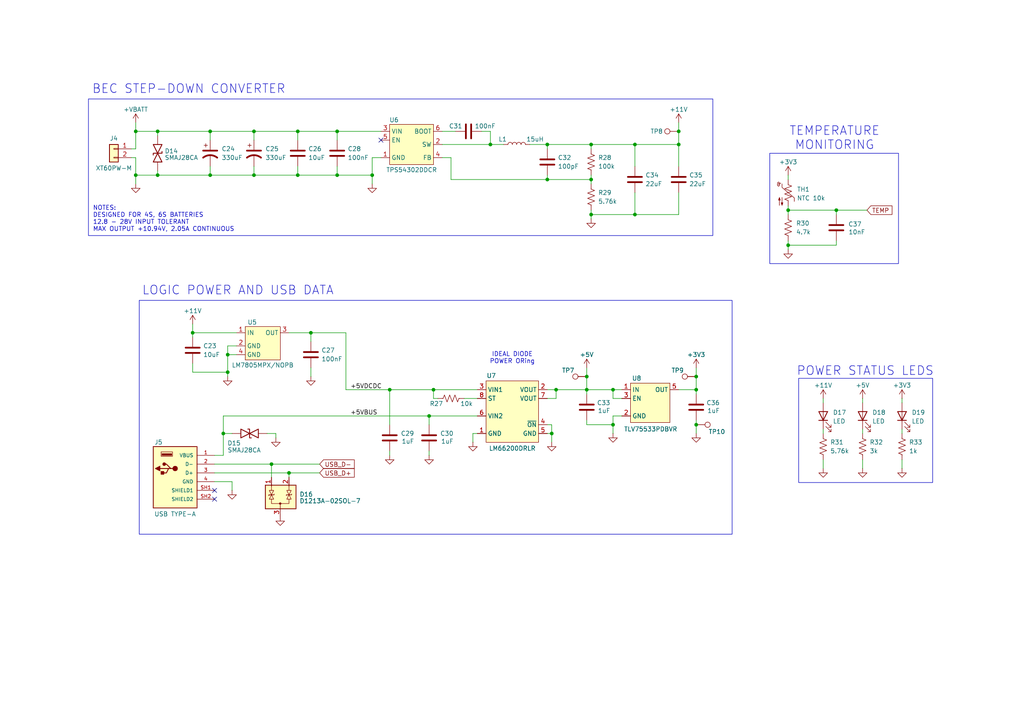
<source format=kicad_sch>
(kicad_sch (version 20231120) (generator "eeschema") (generator_version "8.0")
  (paper "A4")
  (title_block (title "POWER AND USB DATA") (date "2025-12-20") (rev "A") (comment 1 "REVIEWED BY:") (comment 3 "GITHUB: /nikphillydev") (comment 4 "DRAWN BY: N.PHILIPENKO") (comment 5 "SIGNED:"))
  (lib_symbols
    (symbol "Connector:TestPoint" (pin_numbers hide) (pin_names (offset 0.762) hide)
      (property "Reference" "TP" (at 0 6.858 0))
      (property "Value" "TestPoint" (at 0 5.08 0))
      (symbol "TestPoint_0_1"
        (circle (center 0 3.302) (radius 0.762))
      )
      (symbol "TestPoint_1_1"
        (pin passive line (at 0 0 90) (length 2.54) (name "1") (number "1"))
      )
    )
    (symbol "Connector_Generic:Conn_01x02" (pin_names (offset 1.016) hide)
      (property "Reference" "J" (at 0 2.54 0))
      (property "Value" "Conn_01x02" (at 0 -5.08 0))
      (symbol "Conn_01x02_1_1"
        (rectangle (start -1.27 -2.413) (end 0 -2.667) (stroke (width 0.1524)))
        (rectangle (start -1.27 0.127) (end 0 -0.127) (stroke (width 0.1524)))
        (rectangle (start -1.27 1.27) (end 1.27 -3.81) (stroke (width 0.254)) (fill (type background)))
        (pin passive line (at -5.08 0 0) (length 3.81) (name "Pin_1") (number "1"))
        (pin passive line (at -5.08 -2.54 0) (length 3.81) (name "Pin_2") (number "2"))
      )
    )
    (symbol "Connectors:USB2.0-4P-2SH" (pin_names (offset 1.016))
      (property "Reference" "J" (at -6.35 9.652 0))
      (property "Value" "USB TYPE-A" (at -5.842 -11.176 0))
      (symbol "USB2.0-4P-2SH_0_0"
        (pin bidirectional line (at -11.43 3.81 0) (length 5.08) (name "D-") (number "2"))
        (pin bidirectional line (at -11.43 1.27 0) (length 5.08) (name "D+") (number "3"))
      )
      (symbol "USB2.0-4P-2SH_0_1"
        (polyline (pts (xy 0.635 2.54) (xy 1.27 2.54) (xy 2.54 3.81) (xy 3.175 3.81)) (stroke (width 0.254)))
        (polyline (pts (xy 1.27 2.54) (xy 1.905 2.54) (xy 2.54 1.27) (xy 3.81 1.27)) (stroke (width 0.254)))
        (polyline (pts (xy 4.445 3.175) (xy 4.445 1.905) (xy 5.715 2.54) (xy 4.445 3.175)) (stroke (width 0.254)) (fill (type outline)))
        (circle (center 0 2.54) (radius 0.635) (stroke (width 0.254)) (fill (type outline)))
        (circle (center 3.175 3.81) (radius 0.381) (stroke (width 0.254)) (fill (type outline)))
        (rectangle (start 3.81 6.35) (end 1.016 6.858) (fill (type outline)))
        (rectangle (start 4.064 1.651) (end 3.302 0.889) (stroke (width 0.254)) (fill (type outline)))
        (rectangle (start 4.064 6.096) (end 0.762 7.366))
      )
      (symbol "USB2.0-4P-2SH_1_0"
        (rectangle (start -6.35 8.89) (end 6.35 -8.89) (stroke (width 0.254)) (fill (type background)))
        (pin power_out line (at -11.43 6.35 0) (length 5.08) (name "VBUS") (number "1"))
        (pin passive line (at -11.43 -1.27 0) (length 5.08) (name "GND") (number "4"))
        (pin passive line (at -11.43 -3.81 0) (length 5.08) (name "SHIELD1") (number "SH1"))
        (pin passive line (at -11.43 -6.35 0) (length 5.08) (name "SHIELD2") (number "SH2"))
      )
      (symbol "USB2.0-4P-2SH_1_1"
        (polyline (pts (xy 1.905 2.54) (xy 4.445 2.54)) (stroke (width 0.254)))
      )
    )
    (symbol "Device:C" (pin_numbers hide) (pin_names (offset 0.254))
      (property "Reference" "C" (at 0.635 2.54 0))
      (property "Value" "C" (at 0.635 -2.54 0))
      (symbol "C_0_1"
        (polyline (pts (xy -2.032 -0.762) (xy 2.032 -0.762)) (stroke (width 0.508)))
        (polyline (pts (xy -2.032 0.762) (xy 2.032 0.762)) (stroke (width 0.508)))
      )
      (symbol "C_1_1"
        (pin passive line (at 0 3.81 270) (length 2.794) (name "~") (number "1"))
        (pin passive line (at 0 -3.81 90) (length 2.794) (name "~") (number "2"))
      )
    )
    (symbol "Device:C_Polarized_US" (pin_numbers hide) (pin_names (offset 0.254) hide)
      (property "Reference" "C" (at 0.635 2.54 0))
      (property "Value" "C_Polarized_US" (at 0.635 -2.54 0))
      (symbol "C_Polarized_US_0_1"
        (polyline (pts (xy -2.032 0.762) (xy 2.032 0.762)) (stroke (width 0.508)))
        (polyline (pts (xy -1.778 2.286) (xy -0.762 2.286)))
        (polyline (pts (xy -1.27 1.778) (xy -1.27 2.794)))
        (arc (start 2.032 -1.27) (mid 0 -0.5572) (end -2.032 -1.27) (stroke (width 0.508)))
      )
      (symbol "C_Polarized_US_1_1"
        (pin passive line (at 0 3.81 270) (length 2.794) (name "~") (number "1"))
        (pin passive line (at 0 -3.81 90) (length 3.302) (name "~") (number "2"))
      )
    )
    (symbol "Device:L" (pin_numbers hide) (pin_names (offset 1.016) hide)
      (property "Reference" "L" (at -1.27 0 90))
      (property "Value" "L" (at 1.905 0 90))
      (symbol "L_0_1"
        (arc (start 0 -2.54) (mid 0.6323 -1.905) (end 0 -1.27))
        (arc (start 0 -1.27) (mid 0.6323 -0.635) (end 0 0))
        (arc (start 0 0) (mid 0.6323 0.635) (end 0 1.27))
        (arc (start 0 1.27) (mid 0.6323 1.905) (end 0 2.54))
      )
      (symbol "L_1_1"
        (pin passive line (at 0 3.81 270) (length 1.27) (name "1") (number "1"))
        (pin passive line (at 0 -3.81 90) (length 1.27) (name "2") (number "2"))
      )
    )
    (symbol "Device:LED" (pin_numbers hide) (pin_names (offset 1.016) hide)
      (property "Reference" "D" (at 0 2.54 0))
      (property "Value" "LED" (at 0 -2.54 0))
      (symbol "LED_0_1"
        (polyline (pts (xy -1.27 -1.27) (xy -1.27 1.27)) (stroke (width 0.254)))
        (polyline (pts (xy -1.27 0) (xy 1.27 0)))
        (polyline (pts (xy 1.27 -1.27) (xy 1.27 1.27) (xy -1.27 0) (xy 1.27 -1.27)) (stroke (width 0.254)))
        (polyline (pts (xy -3.048 -0.762) (xy -4.572 -2.286) (xy -3.81 -2.286) (xy -4.572 -2.286) (xy -4.572 -1.524)))
        (polyline (pts (xy -1.778 -0.762) (xy -3.302 -2.286) (xy -2.54 -2.286) (xy -3.302 -2.286) (xy -3.302 -1.524)))
      )
      (symbol "LED_1_1"
        (pin passive line (at -3.81 0 0) (length 2.54) (name "K") (number "1"))
        (pin passive line (at 3.81 0 180) (length 2.54) (name "A") (number "2"))
      )
    )
    (symbol "Device:R_US" (pin_numbers hide) (pin_names (offset 0))
      (property "Reference" "R" (at 2.54 0 90))
      (property "Value" "R_US" (at -2.54 0 90))
      (symbol "R_US_0_1"
        (polyline (pts (xy 0 -2.286) (xy 0 -2.54)))
        (polyline (pts (xy 0 2.286) (xy 0 2.54)))
        (polyline (pts (xy 0 -0.762) (xy 1.016 -1.143) (xy 0 -1.524) (xy -1.016 -1.905) (xy 0 -2.286)))
        (polyline (pts (xy 0 0.762) (xy 1.016 0.381) (xy 0 0) (xy -1.016 -0.381) (xy 0 -0.762)))
        (polyline (pts (xy 0 2.286) (xy 1.016 1.905) (xy 0 1.524) (xy -1.016 1.143) (xy 0 0.762)))
      )
      (symbol "R_US_1_1"
        (pin passive line (at 0 3.81 270) (length 1.27) (name "~") (number "1"))
        (pin passive line (at 0 -3.81 90) (length 1.27) (name "~") (number "2"))
      )
    )
    (symbol "Device:Thermistor_NTC_US" (pin_numbers hide) (pin_names (offset 0))
      (property "Reference" "TH" (at -4.445 0 90))
      (property "Value" "Thermistor_NTC_US" (at 3.175 0 90))
      (symbol "Thermistor_NTC_US_0_1"
        (arc (start -3.048 2.159) (mid -3.0495 2.3143) (end -3.175 2.413))
        (arc (start -3.048 2.159) (mid -2.9736 1.9794) (end -2.794 1.905))
        (arc (start -3.048 2.794) (mid -2.9736 2.6144) (end -2.794 2.54))
        (arc (start -2.794 1.905) (mid -2.6144 1.9794) (end -2.54 2.159))
        (arc (start -2.794 2.54) (mid -2.4393 2.5587) (end -2.159 2.794))
        (arc (start -2.794 3.048) (mid -2.9736 2.9736) (end -3.048 2.794))
        (arc (start -2.54 2.794) (mid -2.6144 2.9736) (end -2.794 3.048))
        (polyline (pts (xy -2.54 2.159) (xy -2.54 2.794)))
        (polyline (pts (xy 0 -2.286) (xy 0 -2.54)))
        (polyline (pts (xy 0 2.286) (xy 0 2.54)))
        (polyline (pts (xy -1.778 2.54) (xy -1.778 1.524) (xy 1.778 -1.524) (xy 1.778 -2.54)))
        (polyline (pts (xy 0 -0.762) (xy 1.016 -1.143) (xy 0 -1.524) (xy -1.016 -1.905) (xy 0 -2.286)))
        (polyline (pts (xy 0 0.762) (xy 1.016 0.381) (xy 0 0) (xy -1.016 -0.381) (xy 0 -0.762)))
        (polyline (pts (xy 0 2.286) (xy 1.016 1.905) (xy 0 1.524) (xy -1.016 1.143) (xy 0 0.762)))
        (polyline (pts (xy -2.54 -3.683) (xy -2.54 -1.397) (xy -2.794 -2.159) (xy -2.286 -2.159) (xy -2.54 -1.397) (xy -2.54 -1.651)) (fill (type outline)))
        (polyline (pts (xy -1.778 -1.397) (xy -1.778 -3.683) (xy -2.032 -2.921) (xy -1.524 -2.921) (xy -1.778 -3.683) (xy -1.778 -3.429)) (fill (type outline)))
      )
      (symbol "Thermistor_NTC_US_1_1"
        (pin passive line (at 0 3.81 270) (length 1.27) (name "~") (number "1"))
        (pin passive line (at 0 -3.81 90) (length 1.27) (name "~") (number "2"))
      )
    )
    (symbol "Diodes:TVS_BIDIRECTIONAL" (pin_numbers hide) (pin_names hide)
      (property "Reference" "D" (at 2.794 0.254 0))
      (symbol "TVS_BIDIRECTIONAL_0_1"
        (polyline (pts (xy 1.27 0.508) (xy 1.27 0) (xy -1.27 0) (xy -1.27 -0.508)) (stroke (width 0.254)))
        (polyline (pts (xy 0 0) (xy 0 0) (xy -1.27 2.54) (xy 1.27 2.54) (xy 0 0)) (stroke (width 0.254)))
        (polyline (pts (xy 0 0) (xy 0 0) (xy 1.27 -2.54) (xy -1.27 -2.54) (xy 0 0)) (stroke (width 0.254)))
      )
      (symbol "TVS_BIDIRECTIONAL_1_1"
        (pin passive line (at 0 5.08 270) (length 2.54) (name "K") (number "1"))
        (pin passive line (at 0 -5.08 90) (length 2.54) (name "A") (number "2"))
      )
    )
    (symbol "Diodes:TVS_BIDIRECTIONAL_2CH" (pin_names hide)
      (property "Reference" "D" (at 2.54 -5.842 0))
      (symbol "TVS_BIDIRECTIONAL_2CH_0_0"
        (pin passive line (at 0 -6.35 90) (length 2.54) (name "A") (number "3"))
      )
      (symbol "TVS_BIDIRECTIONAL_2CH_0_1"
        (circle (center 0 -2.54) (radius 0.254) (fill (type outline)))
        (polyline (pts (xy -2.54 2.54) (xy -2.54 1.27)))
        (polyline (pts (xy 0 -2.54) (xy 0 -3.81)))
        (polyline (pts (xy 2.54 2.54) (xy 2.54 1.27)))
        (polyline (pts (xy -3.302 -0.254) (xy -3.302 0) (xy -1.905 0) (xy -1.778 0)))
        (polyline (pts (xy -3.302 -0.254) (xy -3.302 0) (xy -1.905 0) (xy -1.778 0)))
        (polyline (pts (xy -2.54 -1.27) (xy -2.54 -2.54) (xy 2.54 -2.54) (xy 2.54 -1.27)))
        (polyline (pts (xy -2.54 0) (xy -1.905 -1.27) (xy -3.175 -1.27) (xy -2.54 0)))
        (polyline (pts (xy -2.54 0) (xy -1.905 1.27) (xy -3.175 1.27) (xy -2.54 0)))
        (polyline (pts (xy -1.778 0.254) (xy -1.778 0) (xy -3.175 0) (xy -3.302 0)))
        (polyline (pts (xy 1.778 -0.254) (xy 1.778 0) (xy 3.175 0) (xy 3.302 0)))
        (polyline (pts (xy 2.54 0) (xy 1.905 -1.27) (xy 3.175 -1.27) (xy 2.54 0)))
        (polyline (pts (xy 2.54 0) (xy 1.905 1.27) (xy 3.175 1.27) (xy 2.54 0)))
        (polyline (pts (xy 3.302 0.254) (xy 3.302 0) (xy 1.905 0) (xy 1.778 0)))
      )
      (symbol "TVS_BIDIRECTIONAL_2CH_1_1"
        (rectangle (start -4.318 2.794) (end 4.572 -4.064) (stroke (width 0.254)) (fill (type background)))
        (pin passive line (at -2.54 5.08 270) (length 2.54) (name "K") (number "1"))
        (pin passive line (at 2.54 5.08 270) (length 2.54) (name "K") (number "2"))
      )
    )
    (symbol "ICs:LM66200"
      (property "Reference" "U" (at -6.35 10.16 0))
      (property "Value" "LM66200" (at 0 -10.414 0))
      (symbol "LM66200_0_0"
        (pin power_out line (at 10.16 6.35 180) (length 2.54) (name "VOUT") (number "2"))
        (pin power_in line (at -10.16 6.35 0) (length 2.54) (name "VIN1") (number "3"))
        (pin passive line (at 10.16 -3.81 180) (length 2.54) (name "~{ON}") (number "4"))
        (pin power_in line (at -10.16 -1.27 0) (length 2.54) (name "VIN2") (number "6"))
        (pin passive line (at -10.16 3.81 0) (length 2.54) (name "ST") (number "8"))
      )
      (symbol "LM66200_1_0"
        (pin passive line (at -10.16 -6.35 0) (length 2.54) (name "GND") (number "1"))
        (pin passive line (at 10.16 -6.35 180) (length 2.54) (name "GND") (number "5"))
        (pin passive line (at 10.16 3.81 180) (length 2.54) (name "VOUT") (number "7"))
      )
      (symbol "LM66200_1_1"
        (rectangle (start -7.62 8.89) (end 7.62 -8.89) (fill (type background)))
      )
    )
    (symbol "ICs:LM7805-DCY"
      (property "Reference" "U" (at -1.778 5.334 0))
      (property "Value" "LM7805-DCY" (at 2.54 -6.858 0))
      (symbol "LM7805-DCY_0_0"
        (pin power_in line (at -5.08 2.54 0) (length 2.54) (name "IN") (number "1"))
        (pin passive line (at -5.08 -1.27 0) (length 2.54) (name "GND") (number "2"))
        (pin passive line (at 10.16 2.54 180) (length 2.54) (name "OUT") (number "3"))
        (pin passive line (at -5.08 -3.81 0) (length 2.54) (name "GND") (number "4"))
      )
      (symbol "LM7805-DCY_1_1"
        (rectangle (start -2.54 4.318) (end 7.62 -5.334) (fill (type background)))
      )
    )
    (symbol "ICs:TLV755P-DBV"
      (property "Reference" "U" (at -4.572 5.588 0))
      (property "Value" "TLV755P-DBV" (at 0.508 -8.382 0))
      (symbol "TLV755P-DBV_0_0"
        (pin power_in line (at -7.62 2.54 0) (length 2.54) (name "IN") (number "1"))
        (pin passive line (at -7.62 -5.08 0) (length 2.54) (name "GND") (number "2"))
        (pin passive line (at -7.62 0 0) (length 2.54) (name "EN") (number "3"))
        (pin power_out line (at 8.89 2.54 180) (length 2.54) (name "OUT") (number "5"))
      )
      (symbol "TLV755P-DBV_1_0"
        (pin no_connect line (at 8.89 -5.08 180) (length 2.54) hide (name "NC") (number "4"))
      )
      (symbol "TLV755P-DBV_1_1"
        (rectangle (start -5.08 4.445) (end 6.35 -6.985) (fill (type background)))
      )
    )
    (symbol "ICs:TPS54302"
      (property "Reference" "U" (at -5.588 9.652 0))
      (property "Value" "TPS54302" (at 0 -4.826 0))
      (symbol "TPS54302_0_0"
        (pin passive line (at -8.89 -1.27 0) (length 2.54) (name "GND") (number "1"))
        (pin passive line (at 8.89 2.54 180) (length 2.54) (name "SW") (number "2"))
        (pin power_in line (at -8.89 6.35 0) (length 2.54) (name "VIN") (number "3"))
        (pin passive line (at 8.89 -1.27 180) (length 2.54) (name "FB") (number "4"))
        (pin passive line (at -8.89 3.81 0) (length 2.54) (name "EN") (number "5"))
        (pin passive line (at 8.89 6.35 180) (length 2.54) (name "BOOT") (number "6"))
      )
      (symbol "TPS54302_1_1"
        (rectangle (start -6.35 8.382) (end 6.35 -3.302) (fill (type background)))
      )
    )
    (symbol "power:+3.3V" (power) (pin_numbers hide) (pin_names (offset 0) hide)
      (property "Value" "+3.3V" (at 0 3.556 0))
      (symbol "+3.3V_0_1"
        (polyline (pts (xy -0.762 1.27) (xy 0 2.54)))
        (polyline (pts (xy 0 0) (xy 0 2.54)))
        (polyline (pts (xy 0 2.54) (xy 0.762 1.27)))
      )
      (symbol "+3.3V_1_1"
        (pin power_in line (at 0 0 90) (length 0) (name "~") (number "1"))
      )
    )
    (symbol "power:GND" (power) (pin_numbers hide) (pin_names (offset 0) hide)
      (property "Value" "GND" (at 0 -3.81 0))
      (symbol "GND_0_1"
        (polyline (pts (xy 0 0) (xy 0 -1.27) (xy 1.27 -1.27) (xy 0 -2.54) (xy -1.27 -1.27) (xy 0 -1.27)))
      )
      (symbol "GND_1_1"
        (pin power_in line (at 0 0 270) (length 0) (name "~") (number "1"))
      )
    )
  )
  (junction (at 113.03 113.03))
  (junction (at 201.93 109.22))
  (junction (at 86.36 50.8))
  (junction (at 170.18 113.03))
  (junction (at 170.18 109.22))
  (junction (at 171.45 62.23))
  (junction (at 184.15 41.91))
  (junction (at 196.85 38.1))
  (junction (at 90.17 96.52))
  (junction (at 60.96 38.1))
  (junction (at 55.88 96.52))
  (junction (at 160.02 125.73))
  (junction (at 228.6 60.96))
  (junction (at 142.24 41.91))
  (junction (at 124.46 120.65))
  (junction (at 66.04 102.87))
  (junction (at 171.45 41.91))
  (junction (at 184.15 62.23))
  (junction (at 125.73 113.03))
  (junction (at 78.74 134.62))
  (junction (at 97.79 38.1))
  (junction (at 73.66 50.8))
  (junction (at 158.75 52.07))
  (junction (at 158.75 41.91))
  (junction (at 83.82 137.16))
  (junction (at 39.37 38.1))
  (junction (at 196.85 41.91))
  (junction (at 201.93 113.03))
  (junction (at 45.72 50.8))
  (junction (at 60.96 50.8))
  (junction (at 177.8 113.03))
  (junction (at 242.57 60.96))
  (junction (at 228.6 71.12))
  (junction (at 97.79 50.8))
  (junction (at 161.29 113.03))
  (junction (at 66.04 107.95))
  (junction (at 73.66 38.1))
  (junction (at 201.93 123.19))
  (junction (at 86.36 38.1))
  (junction (at 45.72 38.1))
  (junction (at 107.95 50.8))
  (junction (at 39.37 50.8))
  (junction (at 64.77 125.73))
  (junction (at 177.8 123.19))
  (junction (at 171.45 52.07))
  (no_connect (at 62.23 142.24))
  (no_connect (at 110.49 40.64))
  (no_connect (at 62.23 144.78))
  (wire (pts (xy 184.15 48.26) (xy 184.15 41.91)))
  (wire (pts (xy 201.93 113.03) (xy 201.93 114.3)))
  (wire (pts (xy 90.17 96.52) (xy 90.17 99.06)))
  (wire (pts (xy 177.8 123.19) (xy 177.8 125.73)))
  (wire (pts (xy 161.29 115.57) (xy 161.29 113.03)))
  (wire (pts (xy 142.24 41.91) (xy 146.05 41.91)))
  (wire (pts (xy 171.45 43.18) (xy 171.45 41.91)))
  (wire (pts (xy 158.75 123.19) (xy 160.02 123.19)))
  (wire (pts (xy 45.72 50.8) (xy 60.96 50.8)))
  (wire (pts (xy 171.45 60.96) (xy 171.45 62.23)))
  (wire (pts (xy 127 115.57) (xy 125.73 115.57)))
  (wire (pts (xy 261.62 124.46) (xy 261.62 125.73)))
  (wire (pts (xy 170.18 109.22) (xy 170.18 113.03)))
  (wire (pts (xy 97.79 38.1) (xy 97.79 40.64)))
  (wire (pts (xy 196.85 113.03) (xy 201.93 113.03)))
  (wire (pts (xy 170.18 106.68) (xy 170.18 109.22)))
  (wire (pts (xy 138.43 125.73) (xy 137.16 125.73)))
  (wire (pts (xy 177.8 120.65) (xy 180.34 120.65)))
  (wire (pts (xy 83.82 137.16) (xy 83.82 138.43)))
  (wire (pts (xy 77.47 125.73) (xy 80.01 125.73)))
  (wire (pts (xy 142.24 38.1) (xy 142.24 41.91)))
  (wire (pts (xy 228.6 59.69) (xy 228.6 60.96)))
  (wire (pts (xy 134.62 115.57) (xy 138.43 115.57)))
  (wire (pts (xy 78.74 134.62) (xy 92.71 134.62)))
  (wire (pts (xy 113.03 113.03) (xy 113.03 123.19)))
  (wire (pts (xy 62.23 137.16) (xy 83.82 137.16)))
  (wire (pts (xy 160.02 123.19) (xy 160.02 125.73)))
  (wire (pts (xy 158.75 50.8) (xy 158.75 52.07)))
  (wire (pts (xy 113.03 130.81) (xy 113.03 132.08)))
  (wire (pts (xy 228.6 60.96) (xy 228.6 62.23)))
  (wire (pts (xy 250.19 116.84) (xy 250.19 115.57)))
  (wire (pts (xy 39.37 38.1) (xy 45.72 38.1)))
  (wire (pts (xy 177.8 120.65) (xy 177.8 123.19)))
  (wire (pts (xy 153.67 41.91) (xy 158.75 41.91)))
  (wire (pts (xy 184.15 55.88) (xy 184.15 62.23)))
  (wire (pts (xy 97.79 48.26) (xy 97.79 50.8)))
  (wire (pts (xy 228.6 60.96) (xy 242.57 60.96)))
  (wire (pts (xy 39.37 50.8) (xy 45.72 50.8)))
  (wire (pts (xy 78.74 134.62) (xy 78.74 138.43)))
  (wire (pts (xy 124.46 120.65) (xy 124.46 123.19)))
  (wire (pts (xy 196.85 38.1) (xy 196.85 41.91)))
  (wire (pts (xy 170.18 113.03) (xy 177.8 113.03)))
  (wire (pts (xy 39.37 45.72) (xy 38.1 45.72)))
  (wire (pts (xy 39.37 43.18) (xy 39.37 38.1)))
  (wire (pts (xy 73.66 50.8) (xy 86.36 50.8)))
  (wire (pts (xy 261.62 133.35) (xy 261.62 135.89)))
  (wire (pts (xy 158.75 52.07) (xy 171.45 52.07)))
  (wire (pts (xy 201.93 123.19) (xy 201.93 125.73)))
  (wire (pts (xy 100.33 113.03) (xy 100.33 96.52)))
  (wire (pts (xy 60.96 38.1) (xy 60.96 40.64)))
  (wire (pts (xy 250.19 133.35) (xy 250.19 135.89)))
  (wire (pts (xy 196.85 55.88) (xy 196.85 62.23)))
  (wire (pts (xy 113.03 113.03) (xy 125.73 113.03)))
  (wire (pts (xy 80.01 125.73) (xy 80.01 127)))
  (wire (pts (xy 64.77 125.73) (xy 64.77 132.08)))
  (wire (pts (xy 177.8 113.03) (xy 180.34 113.03)))
  (wire (pts (xy 68.58 100.33) (xy 66.04 100.33)))
  (wire (pts (xy 128.27 41.91) (xy 142.24 41.91)))
  (wire (pts (xy 242.57 62.23) (xy 242.57 60.96)))
  (wire (pts (xy 228.6 71.12) (xy 228.6 72.39)))
  (wire (pts (xy 66.04 107.95) (xy 66.04 109.22)))
  (wire (pts (xy 45.72 38.1) (xy 45.72 39.37)))
  (wire (pts (xy 107.95 45.72) (xy 107.95 50.8)))
  (wire (pts (xy 139.7 38.1) (xy 142.24 38.1)))
  (wire (pts (xy 201.93 121.92) (xy 201.93 123.19)))
  (wire (pts (xy 73.66 48.26) (xy 73.66 50.8)))
  (wire (pts (xy 66.04 102.87) (xy 66.04 107.95)))
  (wire (pts (xy 100.33 113.03) (xy 113.03 113.03)))
  (wire (pts (xy 64.77 120.65) (xy 64.77 125.73)))
  (wire (pts (xy 171.45 52.07) (xy 171.45 53.34)))
  (wire (pts (xy 55.88 107.95) (xy 55.88 105.41)))
  (wire (pts (xy 97.79 38.1) (xy 110.49 38.1)))
  (wire (pts (xy 201.93 106.68) (xy 201.93 109.22)))
  (wire (pts (xy 62.23 139.7) (xy 67.31 139.7)))
  (wire (pts (xy 171.45 62.23) (xy 171.45 63.5)))
  (wire (pts (xy 125.73 113.03) (xy 138.43 113.03)))
  (wire (pts (xy 64.77 120.65) (xy 124.46 120.65)))
  (wire (pts (xy 250.19 124.46) (xy 250.19 125.73)))
  (wire (pts (xy 196.85 62.23) (xy 184.15 62.23)))
  (wire (pts (xy 97.79 50.8) (xy 107.95 50.8)))
  (wire (pts (xy 62.23 134.62) (xy 78.74 134.62)))
  (wire (pts (xy 242.57 60.96) (xy 251.46 60.96)))
  (wire (pts (xy 158.75 41.91) (xy 171.45 41.91)))
  (wire (pts (xy 158.75 41.91) (xy 158.75 43.18)))
  (wire (pts (xy 177.8 115.57) (xy 177.8 113.03)))
  (wire (pts (xy 184.15 41.91) (xy 171.45 41.91)))
  (wire (pts (xy 160.02 125.73) (xy 160.02 128.27)))
  (wire (pts (xy 86.36 38.1) (xy 86.36 40.64)))
  (wire (pts (xy 125.73 115.57) (xy 125.73 113.03)))
  (wire (pts (xy 130.81 52.07) (xy 158.75 52.07)))
  (wire (pts (xy 39.37 45.72) (xy 39.37 50.8)))
  (wire (pts (xy 158.75 125.73) (xy 160.02 125.73)))
  (wire (pts (xy 55.88 93.98) (xy 55.88 96.52)))
  (wire (pts (xy 228.6 50.8) (xy 228.6 52.07)))
  (wire (pts (xy 184.15 62.23) (xy 171.45 62.23)))
  (wire (pts (xy 170.18 114.3) (xy 170.18 113.03)))
  (wire (pts (xy 184.15 41.91) (xy 196.85 41.91)))
  (wire (pts (xy 238.76 124.46) (xy 238.76 125.73)))
  (wire (pts (xy 124.46 130.81) (xy 124.46 132.08)))
  (wire (pts (xy 196.85 35.56) (xy 196.85 38.1)))
  (wire (pts (xy 45.72 49.53) (xy 45.72 50.8)))
  (wire (pts (xy 86.36 50.8) (xy 97.79 50.8)))
  (wire (pts (xy 196.85 48.26) (xy 196.85 41.91)))
  (wire (pts (xy 128.27 38.1) (xy 132.08 38.1)))
  (wire (pts (xy 38.1 43.18) (xy 39.37 43.18)))
  (wire (pts (xy 161.29 113.03) (xy 170.18 113.03)))
  (wire (pts (xy 62.23 132.08) (xy 64.77 132.08)))
  (wire (pts (xy 177.8 115.57) (xy 180.34 115.57)))
  (wire (pts (xy 201.93 109.22) (xy 201.93 113.03)))
  (wire (pts (xy 261.62 116.84) (xy 261.62 115.57)))
  (wire (pts (xy 228.6 69.85) (xy 228.6 71.12)))
  (wire (pts (xy 170.18 123.19) (xy 177.8 123.19)))
  (wire (pts (xy 68.58 102.87) (xy 66.04 102.87)))
  (wire (pts (xy 170.18 121.92) (xy 170.18 123.19)))
  (wire (pts (xy 90.17 106.68) (xy 90.17 109.22)))
  (wire (pts (xy 128.27 45.72) (xy 130.81 45.72)))
  (wire (pts (xy 55.88 107.95) (xy 66.04 107.95)))
  (wire (pts (xy 124.46 120.65) (xy 138.43 120.65)))
  (wire (pts (xy 60.96 48.26) (xy 60.96 50.8)))
  (wire (pts (xy 83.82 96.52) (xy 90.17 96.52)))
  (wire (pts (xy 110.49 45.72) (xy 107.95 45.72)))
  (wire (pts (xy 158.75 113.03) (xy 161.29 113.03)))
  (wire (pts (xy 73.66 38.1) (xy 86.36 38.1)))
  (wire (pts (xy 68.58 96.52) (xy 55.88 96.52)))
  (wire (pts (xy 66.04 100.33) (xy 66.04 102.87)))
  (wire (pts (xy 171.45 50.8) (xy 171.45 52.07)))
  (wire (pts (xy 64.77 125.73) (xy 67.31 125.73)))
  (wire (pts (xy 73.66 38.1) (xy 73.66 40.64)))
  (wire (pts (xy 86.36 38.1) (xy 97.79 38.1)))
  (wire (pts (xy 45.72 38.1) (xy 60.96 38.1)))
  (wire (pts (xy 60.96 50.8) (xy 73.66 50.8)))
  (wire (pts (xy 86.36 50.8) (xy 86.36 48.26)))
  (wire (pts (xy 238.76 133.35) (xy 238.76 135.89)))
  (wire (pts (xy 238.76 116.84) (xy 238.76 115.57)))
  (wire (pts (xy 242.57 69.85) (xy 242.57 71.12)))
  (wire (pts (xy 107.95 50.8) (xy 107.95 53.34)))
  (wire (pts (xy 39.37 35.56) (xy 39.37 38.1)))
  (wire (pts (xy 100.33 96.52) (xy 90.17 96.52)))
  (wire (pts (xy 83.82 137.16) (xy 92.71 137.16)))
  (wire (pts (xy 158.75 115.57) (xy 161.29 115.57)))
  (wire (pts (xy 130.81 45.72) (xy 130.81 52.07)))
  (wire (pts (xy 39.37 50.8) (xy 39.37 53.34)))
  (wire (pts (xy 137.16 125.73) (xy 137.16 128.27)))
  (wire (pts (xy 242.57 71.12) (xy 228.6 71.12)))
  (wire (pts (xy 55.88 96.52) (xy 55.88 97.79)))
  (wire (pts (xy 67.31 139.7) (xy 67.31 142.24)))
  (wire (pts (xy 60.96 38.1) (xy 73.66 38.1)))
  (rectangle (start 25.654 28.702) (end 206.756 68.326))
  (rectangle (start 223.266 44.45) (end 260.604 76.454))
  (rectangle (start 40.386 87.122) (end 212.344 154.94))
  (rectangle (start 231.648 109.728) (end 270.51 139.954))
  (text "POWER STATUS LEDS" (at 250.952 107.696 0) (effects (font (size 2.54 2.54))))
  (text "LOGIC POWER AND USB DATA" (at 41.148 84.328 0) (effects (font (size 2.54 2.54)) (justify left)))
  (text "IDEAL DIODE\nPOWER ORing" (at 148.59 103.886 0) (effects (font (size 1.27 1.27))))
  (text "TEMPERATURE\nMONITORING" (at 242.062 40.132 0) (effects (font (size 2.54 2.54))))
  (text "NOTES:\nDESIGNED FOR 4S, 6S BATTERIES\n12.8 - 28V INPUT TOLERANT\nMAX OUTPUT +10.94V, 2.05A CONTINUOUS" (at 26.924 63.5 0) (effects (font (size 1.27 1.27)) (justify left)))
  (text "BEC STEP-DOWN CONVERTER" (at 26.67 25.908 0) (effects (font (size 2.54 2.54)) (justify left)))
  (label "+5VDCDC" (at 101.6 113.03 0))
  (label "+5VBUS" (at 101.6 120.65 0))
  (global_label "USB_D+" (shape input) (at 92.71 137.16 0) (property "Intersheetrefs" "${INTERSHEET_REFS}" (effects (hide yes))))
  (global_label "USB_D-" (shape input) (at 92.71 134.62 0) (property "Intersheetrefs" "${INTERSHEET_REFS}" (effects (hide yes))))
  (global_label "TEMP" (shape input) (at 251.46 60.96 0) (property "Intersheetrefs" "${INTERSHEET_REFS}" (effects (hide yes))))
  (symbol (lib_id "Device:C") (at 158.75 46.99 0) (unit 1)
    (property "Reference" "C32" (at 161.798 45.72 0) (effects (justify left)))
    (property "Value" "100pF" (at 161.798 48.26 0) (effects (justify left)))
    (property "Footprint" "Capacitors:CAP_0603_1608Metric" (effects (hide yes)))
    (property "Description" "CAP CER 100PF 50V C0G/NP0 0603" (effects (hide yes)))
    (property "JLCPCB Part #" "C14858" (effects (hide yes)))
    (property "Manufacturer" "Samsung Electro-Mechanics" (effects (hide yes)))
    (property "Manufacturer Part #" "CL10C101JB8NNNC" (effects (hide yes)))
  )
  (symbol (lib_id "power:GND") (at 66.04 109.22 0) (mirror y) (unit 1)
    (property "Reference" "#PWR40" (effects (hide yes)))
    (property "Value" "GND" (effects (hide yes)))
    (property "Description" "Power symbol creates a global label with name \"GND\" , ground" (effects (hide yes)))
  )
  (symbol (lib_id "power:GND") (at 228.6 72.39 0) (mirror y) (unit 1)
    (property "Reference" "#PWR57" (effects (hide yes)))
    (property "Value" "GND" (effects (hide yes)))
    (property "Description" "Power symbol creates a global label with name \"GND\" , ground" (effects (hide yes)))
  )
  (symbol (lib_id "Device:L") (at 149.86 41.91 90) (unit 1)
    (property "Reference" "L1" (at 145.796 40.386 90))
    (property "Value" "15uH" (at 155.194 40.386 90))
    (property "Footprint" "Inductors:L_6045S" (effects (hide yes)))
    (property "Description" "FIXED IND 15UH 2.05A 88MOHM SMD" (effects (hide yes)))
    (property "JLCPCB Part #" "C83374" (effects (hide yes)))
    (property "Manufacturer" "Shenzhen Sunlord Electronics Co., Ltd." (effects (hide yes)))
    (property "Manufacturer Part #" "SWPA6045S150MT" (effects (hide yes)))
  )
  (symbol (lib_id "Device:C") (at 124.46 127 180) (unit 1)
    (property "Reference" "C30" (at 131.572 125.73 0) (effects (justify left)))
    (property "Value" "1uF" (at 131.572 128.016 0) (effects (justify left)))
    (property "Footprint" "Capacitors:CAP_0805_2012Metric" (effects (hide yes)))
    (property "Description" "CAP CER 1UF 50V X7R 0805" (effects (hide yes)))
    (property "JLCPCB Part #" "C28323" (effects (hide yes)))
    (property "Manufacturer" "Samsung Electro-Mechanics" (effects (hide yes)))
    (property "Manufacturer Part #" "CL21B105KBFNNNE" (effects (hide yes)))
  )
  (symbol (lib_id "Diodes:TVS_BIDIRECTIONAL_2CH") (at 81.28 143.51 0) (unit 1)
    (property "Reference" "D16" (at 86.868 143.3829 0) (effects (justify left)))
    (property "Value" "D1213A-02SOL-7" (at 86.868 145.288 0) (effects (justify left)))
    (property "Footprint" "Diodes:DiodesINC_SOT23-3" (effects (hide yes)))
    (property "Description" "TVS DIODE 3.3VWM 10VC SOT233" (effects (hide yes)))
    (property "JLCPCB Part #" "C460585" (effects (hide yes)))
    (property "Manufacturer" "Diodes Incorporated" (effects (hide yes)))
    (property "Manufacturer Part #" "D1213A-02SOL-7" (effects (hide yes)))
  )
  (symbol (lib_id "ICs:TPS54302") (at 119.38 44.45 0) (unit 1)
    (property "Reference" "U6" (at 114.3 34.798 0))
    (property "Value" "TPS54302DDCR" (at 119.38 49.276 0))
    (property "Footprint" "ICs:TI_SOT23-6" (effects (hide yes)))
    (property "Description" "IC REG BUCK ADJ 3A SOT23" (effects (hide yes)))
    (property "JLCPCB Part #" "C311983" (effects (hide yes)))
    (property "Manufacturer" "Texas Instruments" (effects (hide yes)))
    (property "Manufacturer Part #" "TPS54302DDCR" (effects (hide yes)))
  )
  (symbol (lib_id "power:GND") (at 107.95 53.34 0) (mirror y) (unit 1)
    (property "Reference" "#PWR45" (effects (hide yes)))
    (property "Value" "GND" (effects (hide yes)))
    (property "Description" "Power symbol creates a global label with name \"GND\" , ground" (effects (hide yes)))
  )
  (symbol (lib_id "Device:C") (at 201.93 118.11 180) (unit 1)
    (property "Reference" "C36" (at 208.788 116.84 0) (effects (justify left)))
    (property "Value" "1uF" (at 208.788 119.126 0) (effects (justify left)))
    (property "Footprint" "Capacitors:CAP_0805_2012Metric" (effects (hide yes)))
    (property "Description" "CAP CER 1UF 50V X7R 0805" (effects (hide yes)))
    (property "JLCPCB Part #" "C28323" (effects (hide yes)))
    (property "Manufacturer" "Samsung Electro-Mechanics" (effects (hide yes)))
    (property "Manufacturer Part #" "CL21B105KBFNNNE" (effects (hide yes)))
  )
  (symbol (lib_id "power:GND") (at 171.45 63.5 0) (mirror y) (unit 1)
    (property "Reference" "#PWR51" (effects (hide yes)))
    (property "Value" "GND" (effects (hide yes)))
    (property "Description" "Power symbol creates a global label with name \"GND\" , ground" (effects (hide yes)))
  )
  (symbol (lib_id "power:GND") (at 124.46 132.08 0) (unit 1)
    (property "Reference" "#PWR47" (effects (hide yes)))
    (property "Value" "GND" (effects (hide yes)))
    (property "Description" "Power symbol creates a global label with name \"GND\" , ground" (effects (hide yes)))
  )
  (symbol (lib_id "Connector:TestPoint") (at 201.93 123.19 270) (unit 1) (in_bom no)
    (property "Reference" "TP10" (at 205.486 125.222 90) (effects (justify left)))
    (property "Value" "TestPoint" (effects (hide yes)))
    (property "Footprint" "TestPoint:TestPoint_Pad_2.0x2.0mm" (effects (hide yes)))
    (property "Description" "TEST POINT" (effects (hide yes)))
  )
  (symbol (lib_id "Device:C") (at 113.03 127 180) (unit 1)
    (property "Reference" "C29" (at 120.142 125.73 0) (effects (justify left)))
    (property "Value" "1uF" (at 120.142 128.016 0) (effects (justify left)))
    (property "Footprint" "Capacitors:CAP_0805_2012Metric" (effects (hide yes)))
    (property "Description" "CAP CER 1UF 50V X7R 0805" (effects (hide yes)))
    (property "JLCPCB Part #" "C28323" (effects (hide yes)))
    (property "Manufacturer" "Samsung Electro-Mechanics" (effects (hide yes)))
    (property "Manufacturer Part #" "CL21B105KBFNNNE" (effects (hide yes)))
  )
  (symbol (lib_id "Device:R_US") (at 130.81 115.57 90) (unit 1)
    (property "Reference" "R27" (at 128.524 117.094 90) (effects (justify left)))
    (property "Value" "10k" (at 137.16 117.094 90) (effects (justify left)))
    (property "Footprint" "Resistors:RES_0603_1608Metric" (effects (hide yes)))
    (property "Description" "RES 10K OHM 1% 1/10W 0603" (effects (hide yes)))
    (property "JLCPCB Part #" "C25804" (effects (hide yes)))
    (property "Manufacturer" "Stackpole Electronics Inc" (effects (hide yes)))
    (property "Manufacturer Part #" "RMCF0603FT10K0" (effects (hide yes)))
  )
  (symbol (lib_id "power:+3.3V") (at 39.37 35.56 0) (unit 1)
    (property "Reference" "#PWR37" (effects (hide yes)))
    (property "Value" "+VBATT" (at 39.37 31.75 0))
    (property "Description" "Power symbol creates a global label with name \"+3.3V\"" (effects (hide yes)))
  )
  (symbol (lib_id "Device:C") (at 184.15 52.07 0) (unit 1)
    (property "Reference" "C34" (at 187.198 50.8 0) (effects (justify left)))
    (property "Value" "22uF" (at 187.198 53.34 0) (effects (justify left)))
    (property "Footprint" "Capacitors:CAP_0805_2012Metric" (effects (hide yes)))
    (property "Description" "CAP CER 22UF 25V X5R 0805" (effects (hide yes)))
    (property "JLCPCB Part #" "C45783" (effects (hide yes)))
    (property "Manufacturer" "Samsung Electro-Mechanics" (effects (hide yes)))
    (property "Manufacturer Part #" "CL21A226MAYNNNE" (effects (hide yes)))
  )
  (symbol (lib_id "Device:R_US") (at 171.45 46.99 0) (unit 1)
    (property "Reference" "R28" (at 173.482 45.72 0) (effects (justify left)))
    (property "Value" "100k" (at 173.482 48.26 0) (effects (justify left)))
    (property "Footprint" "Resistors:RES_0603_1608Metric" (effects (hide yes)))
    (property "Description" "RES 100K OHM 1% 1/10W 0603" (effects (hide yes)))
    (property "JLCPCB Part #" "C25803" (effects (hide yes)))
    (property "Manufacturer" "YAGEO" (effects (hide yes)))
    (property "Manufacturer Part #" "RC0603FR-07100KL" (effects (hide yes)))
  )
  (symbol (lib_id "Device:LED") (at 261.62 120.65 90) (unit 1)
    (property "Reference" "D19" (at 264.414 119.634 90) (effects (justify right)))
    (property "Value" "LED" (at 264.414 122.174 90) (effects (justify right)))
    (property "Footprint" "Diodes:LED_0603_1608Metric" (effects (hide yes)))
    (property "Description" "LED YELLOW CLEAR 0603 SMD" (effects (hide yes)))
    (property "JLCPCB Part #" "C72038" (effects (hide yes)))
    (property "Manufacturer" "Everlight Electronics Co Ltd" (effects (hide yes)))
    (property "Manufacturer Part #" "EAST16086YA4" (effects (hide yes)))
  )
  (symbol (lib_id "ICs:LM66200") (at 148.59 119.38 0) (unit 1)
    (property "Reference" "U7" (at 142.494 108.966 0))
    (property "Value" "LM66200DRLR" (at 148.59 130.048 0))
    (property "Footprint" "ICs:TI_SOT-5X3" (effects (hide yes)))
    (property "Description" "IC POWER OR CONTROLLER" (effects (hide yes)))
    (property "JLCPCB Part #" "C3235556" (effects (hide yes)))
    (property "Manufacturer" "Texas Instruments" (effects (hide yes)))
    (property "Manufacturer Part #" "LM66200DRLR" (effects (hide yes)))
  )
  (symbol (lib_id "ICs:LM7805-DCY") (at 73.66 99.06 0) (unit 1)
    (property "Reference" "U5" (at 73.152 93.472 0))
    (property "Value" "LM7805MPX/NOPB" (at 76.2 105.918 0))
    (property "Footprint" "ICs:TI_SOT223-4" (effects (hide yes)))
    (property "Description" "IC REG LINEAR 5V 1.5A SOT-223-4" (effects (hide yes)))
    (property "JLCPCB Part #" "C2848241" (effects (hide yes)))
    (property "Manufacturer" "Texas Instruments" (effects (hide yes)))
    (property "Manufacturer Part #" "LM7805MPX/NOPB" (effects (hide yes)))
  )
  (symbol (lib_id "power:GND") (at 90.17 109.22 0) (mirror y) (unit 1)
    (property "Reference" "#PWR44" (effects (hide yes)))
    (property "Value" "GND" (effects (hide yes)))
    (property "Description" "Power symbol creates a global label with name \"GND\" , ground" (effects (hide yes)))
  )
  (symbol (lib_id "Device:C") (at 242.57 66.04 180) (unit 1)
    (property "Reference" "C37" (at 249.936 65.024 0) (effects (justify left)))
    (property "Value" "10nF" (at 250.952 67.31 0) (effects (justify left)))
    (property "Footprint" "Capacitors:CAP_0603_1608Metric" (effects (hide yes)))
    (property "Description" "CAP CER 10000PF 50V X7R 0603" (effects (hide yes)))
    (property "JLCPCB Part #" "C57112" (effects (hide yes)))
    (property "Manufacturer" "Samsung Electro-Mechanics" (effects (hide yes)))
    (property "Manufacturer Part #" "CL10B103KB8NNNC" (effects (hide yes)))
  )
  (symbol (lib_id "power:+3.3V") (at 55.88 93.98 0) (unit 1)
    (property "Reference" "#PWR39" (effects (hide yes)))
    (property "Value" "+11V" (at 55.88 90.17 0))
    (property "Description" "Power symbol creates a global label with name \"+3.3V\"" (effects (hide yes)))
  )
  (symbol (lib_id "power:GND") (at 67.31 142.24 0) (unit 1)
    (property "Reference" "#PWR41" (effects (hide yes)))
    (property "Value" "GND" (effects (hide yes)))
    (property "Description" "Power symbol creates a global label with name \"GND\" , ground" (effects (hide yes)))
  )
  (symbol (lib_id "Device:Thermistor_NTC_US") (at 228.6 55.88 0) (unit 1)
    (property "Reference" "TH1" (at 231.14 54.9274 0) (effects (justify left)))
    (property "Value" "NTC 10k" (at 231.14 57.4674 0) (effects (justify left)))
    (property "Footprint" "Resistors:RES_0603_1608Metric" (effects (hide yes)))
    (property "Description" "THERMISTOR NTC 10KOHM 3380K 0603" (effects (hide yes)))
    (property "JLCPCB Part #" "C440252" (effects (hide yes)))
    (property "Manufacturer" "Murata Electronics" (effects (hide yes)))
    (property "Manufacturer Part #" "NCU18XH103F60RB" (effects (hide yes)))
  )
  (symbol (lib_id "power:+3.3V") (at 238.76 115.57 0) (unit 1)
    (property "Reference" "#PWR58" (effects (hide yes)))
    (property "Value" "+11V" (at 238.76 111.76 0))
    (property "Description" "Power symbol creates a global label with name \"+3.3V\"" (effects (hide yes)))
  )
  (symbol (lib_id "Connector:TestPoint") (at 170.18 109.22 90) (unit 1) (in_bom no)
    (property "Reference" "TP7" (at 166.624 107.442 90) (effects (justify left)))
    (property "Value" "TestPoint" (effects (hide yes)))
    (property "Footprint" "TestPoint:TestPoint_Pad_2.0x2.0mm" (effects (hide yes)))
    (property "Description" "TEST POINT" (effects (hide yes)))
  )
  (symbol (lib_id "power:GND") (at 81.28 149.86 0) (unit 1)
    (property "Reference" "#PWR43" (effects (hide yes)))
    (property "Value" "GND" (effects (hide yes)))
    (property "Description" "Power symbol creates a global label with name \"GND\" , ground" (effects (hide yes)))
  )
  (symbol (lib_id "power:+3.3V") (at 196.85 35.56 0) (unit 1)
    (property "Reference" "#PWR53" (effects (hide yes)))
    (property "Value" "+11V" (at 196.85 31.75 0))
    (property "Description" "Power symbol creates a global label with name \"+3.3V\"" (effects (hide yes)))
  )
  (symbol (lib_id "Device:R_US") (at 238.76 129.54 0) (unit 1)
    (property "Reference" "R31" (at 240.792 128.27 0) (effects (justify left)))
    (property "Value" "5.76k" (at 240.792 130.81 0) (effects (justify left)))
    (property "Footprint" "Resistors:RES_0603_1608Metric" (effects (hide yes)))
    (property "Description" "RES 5.76K OHM 1% 1/10W 0603" (effects (hide yes)))
    (property "JLCPCB Part #" "C2933239" (effects (hide yes)))
    (property "Manufacturer" "YAGEO" (effects (hide yes)))
    (property "Manufacturer Part #" "RC0603FR-075K76L" (effects (hide yes)))
  )
  (symbol (lib_id "Device:R_US") (at 171.45 57.15 0) (unit 1)
    (property "Reference" "R29" (at 173.482 55.88 0) (effects (justify left)))
    (property "Value" "5.76k" (at 173.482 58.42 0) (effects (justify left)))
    (property "Footprint" "Resistors:RES_0603_1608Metric" (effects (hide yes)))
    (property "Description" "RES 5.76K OHM 1% 1/10W 0603" (effects (hide yes)))
    (property "JLCPCB Part #" "C2933239" (effects (hide yes)))
    (property "Manufacturer" "YAGEO" (effects (hide yes)))
    (property "Manufacturer Part #" "RC0603FR-075K76L" (effects (hide yes)))
  )
  (symbol (lib_id "power:GND") (at 238.76 135.89 0) (unit 1)
    (property "Reference" "#PWR59" (effects (hide yes)))
    (property "Value" "GND" (effects (hide yes)))
    (property "Description" "Power symbol creates a global label with name \"GND\" , ground" (effects (hide yes)))
  )
  (symbol (lib_id "power:+3.3V") (at 170.18 106.68 0) (unit 1)
    (property "Reference" "#PWR50" (effects (hide yes)))
    (property "Value" "+5V" (at 170.18 102.87 0))
    (property "Description" "Power symbol creates a global label with name \"+3.3V\"" (effects (hide yes)))
  )
  (symbol (lib_id "power:GND") (at 113.03 132.08 0) (unit 1)
    (property "Reference" "#PWR46" (effects (hide yes)))
    (property "Value" "GND" (effects (hide yes)))
    (property "Description" "Power symbol creates a global label with name \"GND\" , ground" (effects (hide yes)))
  )
  (symbol (lib_id "Diodes:TVS_BIDIRECTIONAL") (at 72.39 125.73 90) (unit 1)
    (property "Reference" "D15" (at 69.85 128.524 90) (effects (justify left)))
    (property "Value" "SMAJ28CA" (at 75.692 130.556 90) (effects (justify left)))
    (property "Footprint" "Diodes:Littelfuse_SMA" (effects (hide yes)))
    (property "Description" "TVS DIODE 28VWM 45.4VC DO214AC" (effects (hide yes)))
    (property "JLCPCB Part #" "C148228" (effects (hide yes)))
    (property "Manufacturer" "Littelfuse Inc." (effects (hide yes)))
    (property "Manufacturer Part #" "SMAJ28CA" (effects (hide yes)))
  )
  (symbol (lib_id "Connector_Generic:Conn_01x02") (at 33.02 43.18 0) (mirror y) (unit 1)
    (property "Reference" "J4" (at 33.02 40.132 0))
    (property "Value" "XT60PW-M" (at 33.02 48.768 0))
    (property "Footprint" "Connectors:CONN_MALE_TH_XT60PW" (effects (hide yes)))
    (property "Description" "XT60 HORIZONTAL 2-PIN POWER" (effects (hide yes)))
    (property "JLCPCB Part #" "C98732" (effects (hide yes)))
    (property "Manufacturer" "Changzhou Amass Elec" (effects (hide yes)))
    (property "Manufacturer Part #" "XT60PW-M" (effects (hide yes)))
  )
  (symbol (lib_id "power:+3.3V") (at 250.19 115.57 0) (unit 1)
    (property "Reference" "#PWR60" (effects (hide yes)))
    (property "Value" "+5V" (at 250.19 111.76 0))
    (property "Description" "Power symbol creates a global label with name \"+3.3V\"" (effects (hide yes)))
  )
  (symbol (lib_id "Device:C") (at 196.85 52.07 0) (unit 1)
    (property "Reference" "C35" (at 199.898 50.8 0) (effects (justify left)))
    (property "Value" "22uF" (at 199.898 53.34 0) (effects (justify left)))
    (property "Footprint" "Capacitors:CAP_0805_2012Metric" (effects (hide yes)))
    (property "Description" "CAP CER 22UF 25V X5R 0805" (effects (hide yes)))
    (property "JLCPCB Part #" "C45783" (effects (hide yes)))
    (property "Manufacturer" "Samsung Electro-Mechanics" (effects (hide yes)))
    (property "Manufacturer Part #" "CL21A226MAYNNNE" (effects (hide yes)))
  )
  (symbol (lib_id "Device:C") (at 135.89 38.1 90) (mirror x) (unit 1)
    (property "Reference" "C31" (at 134.112 36.576 90) (effects (justify left)))
    (property "Value" "100nF" (at 143.764 36.576 90) (effects (justify left)))
    (property "Footprint" "Capacitors:CAP_0603_1608Metric" (effects (hide yes)))
    (property "Description" "CAP CER 0.1UF 50V X7R 0603" (effects (hide yes)))
    (property "JLCPCB Part #" "C14663" (effects (hide yes)))
    (property "Manufacturer" "YAGEO" (effects (hide yes)))
    (property "Manufacturer Part #" "CC0603KRX7R9BB104" (effects (hide yes)))
  )
  (symbol (lib_id "Device:C_Polarized_US") (at 60.96 44.45 0) (unit 1)
    (property "Reference" "C24" (at 64.262 43.18 0) (effects (justify left)))
    (property "Value" "330uF" (at 64.262 45.72 0) (effects (justify left)))
    (property "Footprint" "Capacitors:CAP_ALUM_HORIZONTAL" (effects (hide yes)))
    (property "Description" "CAP ALUM 330UF 20% 35V RADIAL TH" (effects (hide yes)))
    (property "JLCPCB Part #" "C75177" (effects (hide yes)))
    (property "Manufacturer" "Rubycon" (effects (hide yes)))
    (property "Manufacturer Part #" "35ZLH330MEFC10X12.5" (effects (hide yes)))
  )
  (symbol (lib_id "Diodes:TVS_BIDIRECTIONAL") (at 45.72 44.45 0) (unit 1)
    (property "Reference" "D14" (at 47.752 43.8149 0) (effects (justify left)))
    (property "Value" "SMAJ28CA" (at 47.752 45.72 0) (effects (justify left)))
    (property "Footprint" "Diodes:Littelfuse_SMA" (effects (hide yes)))
    (property "Description" "TVS DIODE 28VWM 45.4VC DO214AC" (effects (hide yes)))
    (property "JLCPCB Part #" "C148228" (effects (hide yes)))
    (property "Manufacturer" "Littelfuse Inc." (effects (hide yes)))
    (property "Manufacturer Part #" "SMAJ28CA" (effects (hide yes)))
  )
  (symbol (lib_id "power:GND") (at 80.01 127 0) (unit 1)
    (property "Reference" "#PWR42" (effects (hide yes)))
    (property "Value" "GND" (effects (hide yes)))
    (property "Description" "Power symbol creates a global label with name \"GND\" , ground" (effects (hide yes)))
  )
  (symbol (lib_id "power:GND") (at 137.16 128.27 0) (unit 1)
    (property "Reference" "#PWR48" (effects (hide yes)))
    (property "Value" "GND" (effects (hide yes)))
    (property "Description" "Power symbol creates a global label with name \"GND\" , ground" (effects (hide yes)))
  )
  (symbol (lib_id "Device:LED") (at 250.19 120.65 90) (unit 1)
    (property "Reference" "D18" (at 252.984 119.634 90) (effects (justify right)))
    (property "Value" "LED" (at 252.984 122.174 90) (effects (justify right)))
    (property "Footprint" "Diodes:LED_0603_1608Metric" (effects (hide yes)))
    (property "Description" "LED YELLOW CLEAR 0603 SMD" (effects (hide yes)))
    (property "JLCPCB Part #" "C72038" (effects (hide yes)))
    (property "Manufacturer" "Everlight Electronics Co Ltd" (effects (hide yes)))
    (property "Manufacturer Part #" "EAST16086YA4" (effects (hide yes)))
  )
  (symbol (lib_id "power:GND") (at 177.8 125.73 0) (unit 1)
    (property "Reference" "#PWR52" (effects (hide yes)))
    (property "Value" "GND" (effects (hide yes)))
    (property "Description" "Power symbol creates a global label with name \"GND\" , ground" (effects (hide yes)))
  )
  (symbol (lib_id "power:+3.3V") (at 228.6 50.8 0) (unit 1)
    (property "Reference" "#PWR56" (effects (hide yes)))
    (property "Value" "+3V3" (at 228.6 46.99 0))
    (property "Description" "Power symbol creates a global label with name \"+3.3V\"" (effects (hide yes)))
  )
  (symbol (lib_id "power:GND") (at 160.02 128.27 0) (unit 1)
    (property "Reference" "#PWR49" (effects (hide yes)))
    (property "Value" "GND" (effects (hide yes)))
    (property "Description" "Power symbol creates a global label with name \"GND\" , ground" (effects (hide yes)))
  )
  (symbol (lib_id "ICs:TLV755P-DBV") (at 187.96 115.57 0) (unit 1)
    (property "Reference" "U8" (at 184.658 109.728 0))
    (property "Value" "TLV75533PDBVR" (at 188.722 124.46 0))
    (property "Footprint" "ICs:TI_SOT23-5" (effects (hide yes)))
    (property "Description" "IC REG LINEAR 3.3V 500MA SOT23-5" (effects (hide yes)))
    (property "JLCPCB Part #" "C404027" (effects (hide yes)))
    (property "Manufacturer" "Texas Instruments" (effects (hide yes)))
    (property "Manufacturer Part #" "TLV75533PDBVR" (effects (hide yes)))
  )
  (symbol (lib_id "Device:LED") (at 238.76 120.65 90) (unit 1)
    (property "Reference" "D17" (at 241.554 119.634 90) (effects (justify right)))
    (property "Value" "LED" (at 241.554 122.174 90) (effects (justify right)))
    (property "Footprint" "Diodes:LED_0603_1608Metric" (effects (hide yes)))
    (property "Description" "LED YELLOW CLEAR 0603 SMD" (effects (hide yes)))
    (property "JLCPCB Part #" "C72038" (effects (hide yes)))
    (property "Manufacturer" "Everlight Electronics Co Ltd" (effects (hide yes)))
    (property "Manufacturer Part #" "EAST16086YA4" (effects (hide yes)))
  )
  (symbol (lib_id "Device:C") (at 97.79 44.45 0) (mirror x) (unit 1)
    (property "Reference" "C28" (at 100.838 43.18 0) (effects (justify left)))
    (property "Value" "100nF" (at 100.838 45.72 0) (effects (justify left)))
    (property "Footprint" "Capacitors:CAP_0603_1608Metric" (effects (hide yes)))
    (property "Description" "CAP CER 0.1UF 50V X7R 0603" (effects (hide yes)))
    (property "JLCPCB Part #" "C14663" (effects (hide yes)))
    (property "Manufacturer" "YAGEO" (effects (hide yes)))
    (property "Manufacturer Part #" "CC0603KRX7R9BB104" (effects (hide yes)))
  )
  (symbol (lib_id "power:GND") (at 250.19 135.89 0) (unit 1)
    (property "Reference" "#PWR61" (effects (hide yes)))
    (property "Value" "GND" (effects (hide yes)))
    (property "Description" "Power symbol creates a global label with name \"GND\" , ground" (effects (hide yes)))
  )
  (symbol (lib_id "Connector:TestPoint") (at 201.93 109.22 90) (unit 1) (in_bom no)
    (property "Reference" "TP9" (at 198.374 107.442 90) (effects (justify left)))
    (property "Value" "TestPoint" (effects (hide yes)))
    (property "Footprint" "TestPoint:TestPoint_Pad_2.0x2.0mm" (effects (hide yes)))
    (property "Description" "TEST POINT" (effects (hide yes)))
  )
  (symbol (lib_id "Device:C") (at 55.88 101.6 0) (unit 1)
    (property "Reference" "C23" (at 58.928 100.33 0) (effects (justify left)))
    (property "Value" "10uF" (at 58.928 102.87 0) (effects (justify left)))
    (property "Footprint" "Capacitors:CAP_1206_3216Metric" (effects (hide yes)))
    (property "Description" "CAP CER 10UF 50V X5R 1206" (effects (hide yes)))
    (property "JLCPCB Part #" "C13585" (effects (hide yes)))
    (property "Manufacturer" "Samsung Electro-Mechanics" (effects (hide yes)))
    (property "Manufacturer Part #" "CL31A106KBHNNNE" (effects (hide yes)))
  )
  (symbol (lib_id "Device:C") (at 170.18 118.11 180) (unit 1)
    (property "Reference" "C33" (at 177.038 116.84 0) (effects (justify left)))
    (property "Value" "1uF" (at 177.038 119.126 0) (effects (justify left)))
    (property "Footprint" "Capacitors:CAP_0805_2012Metric" (effects (hide yes)))
    (property "Description" "CAP CER 1UF 50V X7R 0805" (effects (hide yes)))
    (property "JLCPCB Part #" "C28323" (effects (hide yes)))
    (property "Manufacturer" "Samsung Electro-Mechanics" (effects (hide yes)))
    (property "Manufacturer Part #" "CL21B105KBFNNNE" (effects (hide yes)))
  )
  (symbol (lib_id "Device:R_US") (at 261.62 129.54 0) (unit 1)
    (property "Reference" "R33" (at 263.652 128.27 0) (effects (justify left)))
    (property "Value" "1k" (at 263.652 130.81 0) (effects (justify left)))
    (property "Footprint" "Resistors:RES_0603_1608Metric" (effects (hide yes)))
    (property "Description" "RES 1K OHM 1% 1/10W 0603" (effects (hide yes)))
    (property "JLCPCB Part #" "C21190" (effects (hide yes)))
    (property "Manufacturer" "Stackpole Electronics Inc" (effects (hide yes)))
    (property "Manufacturer Part #" "RMCF0603FT1K00" (effects (hide yes)))
  )
  (symbol (lib_id "Connectors:USB2.0-4P-2SH") (at 50.8 138.43 0) (mirror y) (unit 1)
    (property "Reference" "J5" (at 45.974 128.27 0))
    (property "Value" "USB TYPE-A" (at 50.8 149.098 0))
    (property "Footprint" "Connectors:USB2.0_4P_AMPHENOL_87583-2010BLF" (effects (hide yes)))
    (property "Description" "CONN RCPT USB2.0 TYPEA 4P SMD RA" (effects (hide yes)))
    (property "JLCPCB Part #" "C599118" (effects (hide yes)))
    (property "Manufacturer" "Amphenol ICC (FCI)" (effects (hide yes)))
    (property "Manufacturer Part #" "87583-2010BLF" (effects (hide yes)))
  )
  (symbol (lib_id "Device:C_Polarized_US") (at 73.66 44.45 0) (unit 1)
    (property "Reference" "C25" (at 76.962 43.18 0) (effects (justify left)))
    (property "Value" "330uF" (at 76.962 45.72 0) (effects (justify left)))
    (property "Footprint" "Capacitors:CAP_ALUM_HORIZONTAL" (effects (hide yes)))
    (property "Description" "CAP ALUM 330UF 20% 35V RADIAL TH" (effects (hide yes)))
    (property "JLCPCB Part #" "C75177" (effects (hide yes)))
    (property "Manufacturer" "Rubycon" (effects (hide yes)))
    (property "Manufacturer Part #" "35ZLH330MEFC10X12.5" (effects (hide yes)))
  )
  (symbol (lib_id "Device:R_US") (at 228.6 66.04 0) (unit 1)
    (property "Reference" "R30" (at 230.886 64.77 0) (effects (justify left)))
    (property "Value" "4.7k" (at 230.886 67.31 0) (effects (justify left)))
    (property "Footprint" "Resistors:RES_0603_1608Metric" (effects (hide yes)))
    (property "Description" "RES 4.7K OHM 1% 1/10W 0603" (effects (hide yes)))
    (property "JLCPCB Part #" "C23162" (effects (hide yes)))
    (property "Manufacturer" "YAGEO" (effects (hide yes)))
    (property "Manufacturer Part #" "RC0603FR-074K7L" (effects (hide yes)))
  )
  (symbol (lib_id "power:+3.3V") (at 201.93 106.68 0) (unit 1)
    (property "Reference" "#PWR54" (effects (hide yes)))
    (property "Value" "+3V3" (at 201.93 102.87 0))
    (property "Description" "Power symbol creates a global label with name \"+3.3V\"" (effects (hide yes)))
  )
  (symbol (lib_id "power:GND") (at 39.37 53.34 0) (unit 1)
    (property "Reference" "#PWR38" (effects (hide yes)))
    (property "Value" "GND" (effects (hide yes)))
    (property "Description" "Power symbol creates a global label with name \"GND\" , ground" (effects (hide yes)))
  )
  (symbol (lib_id "power:GND") (at 261.62 135.89 0) (unit 1)
    (property "Reference" "#PWR63" (effects (hide yes)))
    (property "Value" "GND" (effects (hide yes)))
    (property "Description" "Power symbol creates a global label with name \"GND\" , ground" (effects (hide yes)))
  )
  (symbol (lib_id "Device:R_US") (at 250.19 129.54 0) (unit 1)
    (property "Reference" "R32" (at 252.222 128.27 0) (effects (justify left)))
    (property "Value" "3k" (at 252.222 130.81 0) (effects (justify left)))
    (property "Footprint" "Resistors:RES_0603_1608Metric" (effects (hide yes)))
    (property "Description" "RES 3K OHM 1% 1/10W 0603" (effects (hide yes)))
    (property "JLCPCB Part #" "C4211" (effects (hide yes)))
    (property "Manufacturer" "Stackpole Electronics Inc" (effects (hide yes)))
    (property "Manufacturer Part #" "RMCF0603FT3K00" (effects (hide yes)))
  )
  (symbol (lib_id "Device:C") (at 90.17 102.87 0) (mirror x) (unit 1)
    (property "Reference" "C27" (at 93.218 101.6 0) (effects (justify left)))
    (property "Value" "100nF" (at 93.218 104.14 0) (effects (justify left)))
    (property "Footprint" "Capacitors:CAP_0603_1608Metric" (effects (hide yes)))
    (property "Description" "CAP CER 0.1UF 50V X7R 0603" (effects (hide yes)))
    (property "JLCPCB Part #" "C14663" (effects (hide yes)))
    (property "Manufacturer" "YAGEO" (effects (hide yes)))
    (property "Manufacturer Part #" "CC0603KRX7R9BB104" (effects (hide yes)))
  )
  (symbol (lib_id "power:+3.3V") (at 261.62 115.57 0) (unit 1)
    (property "Reference" "#PWR62" (effects (hide yes)))
    (property "Value" "+3V3" (at 261.62 111.76 0))
    (property "Description" "Power symbol creates a global label with name \"+3.3V\"" (effects (hide yes)))
  )
  (symbol (lib_id "Connector:TestPoint") (at 196.85 38.1 90) (unit 1) (in_bom no)
    (property "Reference" "TP8" (at 192.278 38.1 90) (effects (justify left)))
    (property "Value" "TestPoint" (effects (hide yes)))
    (property "Footprint" "TestPoint:TestPoint_Pad_2.0x2.0mm" (effects (hide yes)))
    (property "Description" "TEST POINT" (effects (hide yes)))
  )
  (symbol (lib_id "Device:C") (at 86.36 44.45 0) (unit 1)
    (property "Reference" "C26" (at 89.408 43.18 0) (effects (justify left)))
    (property "Value" "10uF" (at 89.408 45.72 0) (effects (justify left)))
    (property "Footprint" "Capacitors:CAP_1206_3216Metric" (effects (hide yes)))
    (property "Description" "CAP CER 10UF 50V X5R 1206" (effects (hide yes)))
    (property "JLCPCB Part #" "C13585" (effects (hide yes)))
    (property "Manufacturer" "Samsung Electro-Mechanics" (effects (hide yes)))
    (property "Manufacturer Part #" "CL31A106KBHNNNE" (effects (hide yes)))
  )
  (symbol (lib_id "power:GND") (at 201.93 125.73 0) (unit 1)
    (property "Reference" "#PWR55" (effects (hide yes)))
    (property "Value" "GND" (effects (hide yes)))
    (property "Description" "Power symbol creates a global label with name \"GND\" , ground" (effects (hide yes)))
  )
)
</source>
